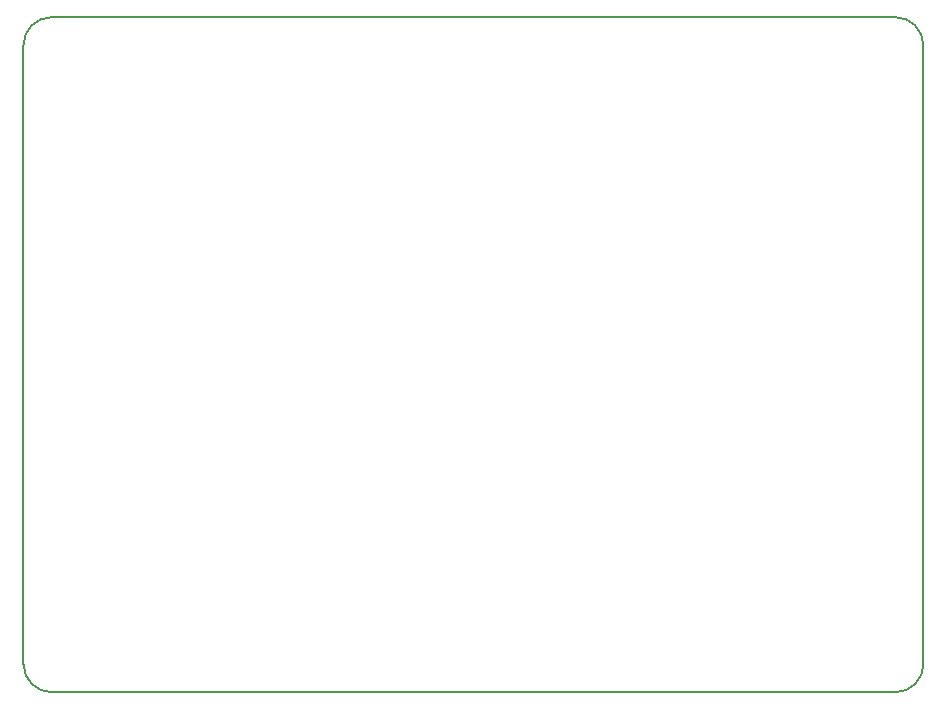
<source format=gm1>
%TF.GenerationSoftware,KiCad,Pcbnew,(6.0.9)*%
%TF.CreationDate,2022-12-29T20:17:03-06:00*%
%TF.ProjectId,Programmable Keys,50726f67-7261-46d6-9d61-626c65204b65,rev?*%
%TF.SameCoordinates,Original*%
%TF.FileFunction,Profile,NP*%
%FSLAX46Y46*%
G04 Gerber Fmt 4.6, Leading zero omitted, Abs format (unit mm)*
G04 Created by KiCad (PCBNEW (6.0.9)) date 2022-12-29 20:17:03*
%MOMM*%
%LPD*%
G01*
G04 APERTURE LIST*
%TA.AperFunction,Profile*%
%ADD10C,0.150000*%
%TD*%
G04 APERTURE END LIST*
D10*
X224631250Y-54768750D02*
X224631250Y-107156250D01*
X148431200Y-107156250D02*
G75*
G03*
X150812500Y-109537500I2381300J50D01*
G01*
X150812500Y-52387500D02*
X222250000Y-52387500D01*
X222250000Y-109537450D02*
G75*
G03*
X224631250Y-107156250I0J2381250D01*
G01*
X150812500Y-109537500D02*
X222250000Y-109537500D01*
X224631300Y-54768750D02*
G75*
G03*
X222250000Y-52387500I-2381300J-50D01*
G01*
X148431250Y-107156250D02*
X148431250Y-54768750D01*
X150812500Y-52387550D02*
G75*
G03*
X148431250Y-54768750I0J-2381250D01*
G01*
M02*

</source>
